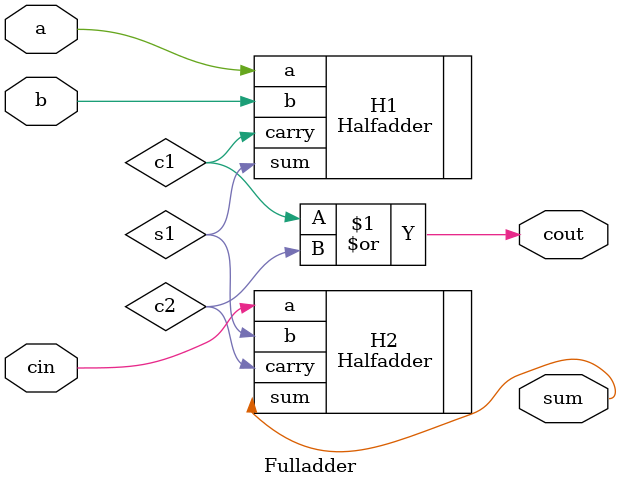
<source format=v>
`include "./halfadder.v"
module Fulladder(
    cout,
    sum,
    a,
    b,
    cin
);

input a, b, cin;
output cout, sum;

Halfadder H1(.a(a), .b(b), .carry(c1), .sum(s1));
Halfadder H2(.a(cin), .b(s1), .carry(c2), .sum(sum));
or (cout, c1, c2);


endmodule
</source>
